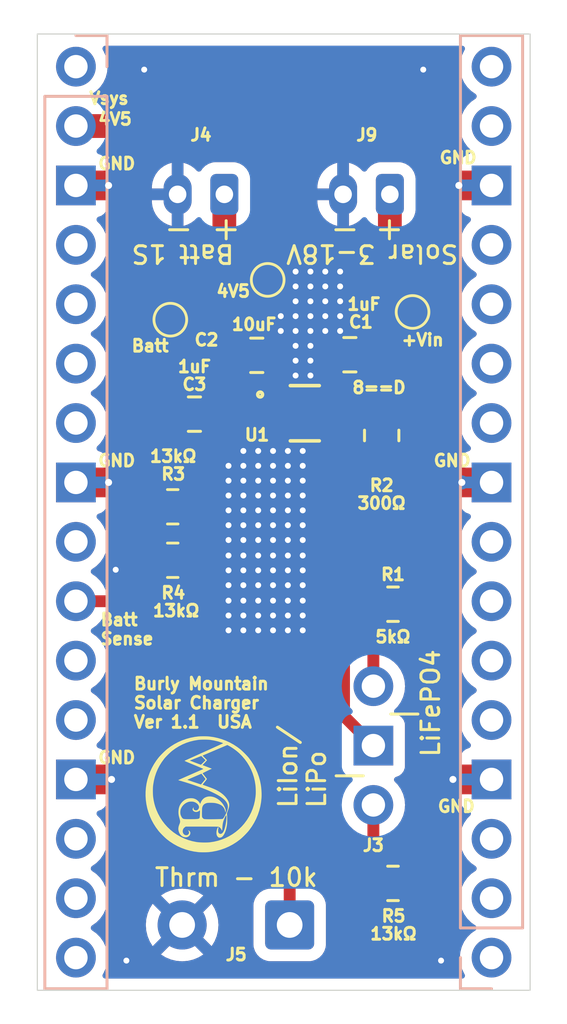
<source format=kicad_pcb>
(kicad_pcb (version 20240108) (generator "pcbnew") (generator_version "8.0")
  (title_block (title "Burly Mountain Solar Charger") (date "2024-12-18") (rev "1.1") (company "Burly Mountain"))
  (layers (0 "F.Cu" signal) (31 "B.Cu" signal) (34 "B.Paste" user) (35 "F.Paste" user) (36 "B.SilkS" user "B.Silkscreen") (37 "F.SilkS" user "F.Silkscreen") (38 "B.Mask" user) (39 "F.Mask" user) (44 "Edge.Cuts" user))
  (net 0 "")
  (net 1 "Net-(J9-Pin_1)")
  (net 2 "GND")
  (net 3 "Net-(J4-Pin_1)")
  (net 4 "Net-(J5-Pin_1)")
  (net 5 "Net-(U1-ISET)")
  (net 7 "Net-(J8-Pin_2)")
  (net 12 "Net-(J8-Pin_10)")
  (net 35 "Net-(J3-Pin_3)")
  (net 36 "Net-(J3-Pin_1)")
  (net 37 "Net-(J3-Pin_2)")
  (footprint "Resistor_SMD:R_0805_2012Metric" (layer "F.Cu") (at 131.2691 102.2604)
    (property "Reference" "R4" (at 0.0235 1.397 0) (layer "F.SilkS") (effects (font (size 0.508 0.508) (thickness 0.127) (bold yes))))
    (property "Value" "13kΩ" (at 0.1505 2.159 0) (layer "F.SilkS") (effects (font (size 0.508 0.508) (thickness 0.127) (bold yes))))
    (pad "1" smd roundrect (at -0.9125 0) (size 1.025 1.4) (layers "F.Cu" "F.Paste" "F.Mask") (roundrect_rratio 0.243902) (net 12 "Net-(J8-Pin_10)"))
    (pad "2" smd roundrect (at 0.9125 0) (size 1.025 1.4) (layers "F.Cu" "F.Paste" "F.Mask") (roundrect_rratio 0.243902) (net 2 "GND"))
  )
  (footprint "Capacitor_SMD:C_0805_2012Metric" (layer "F.Cu") (at 134.8638 93.4974 180)
    (property "Reference" "C2" (at 2.1488 0.6604 0) (layer "F.SilkS") (effects (font (size 0.508 0.508) (thickness 0.127))))
    (property "Value" "10uF" (at 0.1168 1.3208 0) (layer "F.SilkS") (effects (font (size 0.508 0.508) (thickness 0.127))))
    (pad "1" smd roundrect (at -0.95 0 180) (size 1 1.45) (layers "F.Cu" "F.Paste" "F.Mask") (net 2 "GND"))
    (pad "2" smd roundrect (at 0.95 0 180) (size 1 1.45) (layers "F.Cu" "F.Paste" "F.Mask") (net 7 "Net-(J8-Pin_2)"))
  )
  (footprint "Capacitor_SMD:C_0805_2012Metric" (layer "F.Cu") (at 132.1968 96.012)
    (property "Reference" "C3" (at 0 -1.27 0) (layer "F.SilkS") (effects (font (size 0.508 0.508) (thickness 0.127))))
    (property "Value" "1uF" (at 0 -2.032 0) (layer "F.SilkS") (effects (font (size 0.508 0.508) (thickness 0.127))))
    (pad "1" smd roundrect (at -0.95 0) (size 1 1.45) (layers "F.Cu" "F.Paste" "F.Mask") (net 2 "GND"))
    (pad "2" smd roundrect (at 0.95 0) (size 1 1.45) (layers "F.Cu" "F.Paste" "F.Mask") (net 3 "Net-(J4-Pin_1)"))
  )
  (footprint "TestPoint:TestPoint_Pad_D1.0mm" (layer "F.Cu") (at 135.3312 90.2716)
    (property "Reference" "TP3")
    (property "Value" "4V5" (at -1.4732 0.4826 0) (layer "F.SilkS") (effects (font (size 0.508 0.508) (thickness 0.127) (bold yes))))
    (pad "1" smd circle (at 0 0) (size 1 1) (layers "F.Cu" "F.Mask") (net 7 "Net-(J8-Pin_2)"))
  )
  (footprint "Connector_Wire:SolderWire-0.5sqmm_1x02_P4.6mm_D0.9mm_OD2.1mm" (layer "F.Cu") (at 136.271 117.856 180)
    (property "Reference" "J5" (at 2.286 -1.27 0) (layer "F.SilkS") (effects (font (size 0.508 0.508) (thickness 0.127))))
    (property "Value" "Thrm - 10k" (at 2.286 2.032 0) (layer "F.SilkS") (effects (font (size 0.762 0.762) (thickness 0.127))))
    (pad "1" thru_hole roundrect (at 0 0 180) (size 2.1 2.1) (drill 1.1) (layers "*.Cu" "*.Mask") (roundrect_rratio 0.119048) (net 4 "Net-(J5-Pin_1)"))
    (pad "2" thru_hole circle (at 4.6 0 180) (size 2.1 2.1) (drill 1.1) (layers "*.Cu" "*.Mask") (net 2 "GND"))
  )
  (footprint "Resistor_SMD:R_0805_2012Metric" (layer "F.Cu") (at 131.2691 99.9744)
    (property "Reference" "R3" (at 0.0235 -1.397 0) (layer "F.SilkS") (effects (font (size 0.508 0.508) (thickness 0.127) (bold yes))))
    (property "Value" "13kΩ" (at 0.0235 -2.159 0) (layer "F.SilkS") (effects (font (size 0.508 0.508) (thickness 0.127) (bold yes))))
    (pad "1" smd roundrect (at -0.9125 0) (size 1.025 1.4) (layers "F.Cu" "F.Paste" "F.Mask") (roundrect_rratio 0.243902) (net 12 "Net-(J8-Pin_10)"))
    (pad "2" smd roundrect (at 0.9125 0) (size 1.025 1.4) (layers "F.Cu" "F.Paste" "F.Mask") (roundrect_rratio 0.243902) (net 3 "Net-(J4-Pin_1)"))
  )
  (footprint "Capacitor_SMD:C_0805_2012Metric" (layer "F.Cu") (at 138.8466 93.472)
    (property "Reference" "C1" (at 0.4724 -1.397 0) (layer "F.SilkS") (effects (font (size 0.508 0.508) (thickness 0.127))))
    (property "Value" "1uF" (at 0.5994 -2.159 0) (layer "F.SilkS") (effects (font (size 0.508 0.508) (thickness 0.127))))
    (pad "1" smd roundrect (at -0.95 0) (size 1 1.45) (layers "F.Cu" "F.Paste" "F.Mask") (net 2 "GND"))
    (pad "2" smd roundrect (at 0.95 0) (size 1 1.45) (layers "F.Cu" "F.Paste" "F.Mask") (net 1 "Net-(J9-Pin_1)"))
  )
  (footprint "TestPoint:TestPoint_Pad_D1.0mm" (layer "F.Cu") (at 141.5288 91.6432)
    (property "Reference" "TP1")
    (property "Value" "+Vin" (at 0.4318 1.1938 0) (layer "F.SilkS") (effects (font (size 0.508 0.508) (thickness 0.127) (bold yes))))
    (pad "1" smd circle (at 0 0) (size 1 1) (layers "F.Cu" "F.Mask") (net 1 "Net-(J9-Pin_1)"))
  )
  (footprint "Connector_JST:JST_PH_S2B-PH-K_1x02_P2.00mm_Horizontal" (layer "F.Cu") (at 140.557 86.614 180)
    (property "Reference" "J9" (at 0.984 2.54 0) (layer "F.SilkS") (effects (font (size 0.508 0.508) (thickness 0.127))))
    (property "Value" "Solar 3-18V" (at 0.7554 -2.54 180) (layer "F.SilkS") (effects (font (size 0.762 0.762) (thickness 0.127))))
    (pad "1" thru_hole roundrect (at 0 0 180) (size 1.2 1.75) (drill 0.75) (layers "*.Cu" "*.Mask") (roundrect_rratio 0.208333) (net 1 "Net-(J9-Pin_1)"))
    (pad "2" thru_hole oval (at 2 0 180) (size 1.2 1.75) (drill 0.75) (layers "*.Cu" "*.Mask") (net 2 "GND"))
  )
  (footprint "Connector_JST:JST_PH_S2B-PH-K_1x02_P2.00mm_Horizontal" (layer "F.Cu") (at 133.477 86.614 180)
    (property "Reference" "J4" (at 1 2.54 0) (layer "F.SilkS") (effects (font (size 0.508 0.508) (thickness 0.127))))
    (property "Value" "Batt 1S" (at 1.778 -2.54 180) (layer "F.SilkS") (effects (font (size 0.762 0.762) (thickness 0.127))))
    (pad "1" thru_hole roundrect (at 0 0 180) (size 1.2 1.75) (drill 0.75) (layers "*.Cu" "*.Mask") (roundrect_rratio 0.208333) (net 3 "Net-(J4-Pin_1)"))
    (pad "2" thru_hole oval (at 2 0 180) (size 1.2 1.75) (drill 0.75) (layers "*.Cu" "*.Mask") (net 2 "GND"))
  )
  (footprint "LOGO" (layer "F.Cu") (at 132.588 112.268 90)
    (property "Reference" "G***" (hide yes))
    (property "Value" "LOGO" (hide yes))
  )
  (footprint "Resistor_SMD:R_0805_2012Metric" (layer "F.Cu") (at 140.6925 116.078)
    (property "Reference" "R5" (at 0.0235 1.397 0) (layer "F.SilkS") (effects (font (size 0.508 0.508) (thickness 0.127))))
    (property "Value" "13kΩ" (at 0.0235 2.159 0) (layer "F.SilkS") (effects (font (size 0.508 0.508) (thickness 0.127))))
    (pad "1" smd roundrect (at -0.9125 0) (size 1.025 1.4) (layers "F.Cu" "F.Paste" "F.Mask") (roundrect_rratio 0.243902) (net 36 "Net-(J3-Pin_1)"))
    (pad "2" smd roundrect (at 0.9125 0) (size 1.025 1.4) (layers "F.Cu" "F.Paste" "F.Mask") (roundrect_rratio 0.243902) (net 2 "GND"))
  )
  (footprint "Resistor_SMD:R_0805_2012Metric" (layer "F.Cu") (at 140.208 96.9245 -90)
    (property "Reference" "R2" (at 2.1355 0 0) (layer "F.SilkS") (effects (font (size 0.508 0.508) (thickness 0.127))))
    (property "Value" "300Ω" (at 2.8975 0 0) (layer "F.SilkS") (effects (font (size 0.508 0.508) (thickness 0.127))))
    (pad "1" smd roundrect (at -0.9125 0 270) (size 1.025 1.4) (layers "F.Cu" "F.Paste" "F.Mask") (roundrect_rratio 0.243902) (net 5 "Net-(U1-ISET)"))
    (pad "2" smd roundrect (at 0.9125 0 270) (size 1.025 1.4) (layers "F.Cu" "F.Paste" "F.Mask") (roundrect_rratio 0.243902) (net 2 "GND"))
  )
  (footprint "Resistor_SMD:R_0805_2012Metric" (layer "F.Cu") (at 140.6925 104.14)
    (property "Reference" "R1" (at 0 -1.27 0) (layer "F.SilkS") (effects (font (size 0.508 0.508) (thickness 0.127))))
    (property "Value" "5kΩ" (at 0 1.397 0) (layer "F.SilkS") (effects (font (size 0.508 0.508) (thickness 0.127))))
    (pad "1" smd roundrect (at -0.9125 0) (size 1.025 1.4) (layers "F.Cu" "F.Paste" "F.Mask") (roundrect_rratio 0.243902) (net 35 "Net-(J3-Pin_3)"))
    (pad "2" smd roundrect (at 0.9125 0) (size 1.025 1.4) (layers "F.Cu" "F.Paste" "F.Mask") (roundrect_rratio 0.243902) (net 2 "GND"))
  )
  (footprint "Connector_PinHeader_2.54mm:PinHeader_1x03_P2.54mm_Vertical" (layer "F.Cu") (at 139.8524 112.7252 180)
    (property "Reference" "J3" (at 0 -1.7272 0) (layer "F.SilkS") (effects (font (size 0.508 0.508) (thickness 0.127) (bold yes))))
    (property "Value" "Batt Sel")
    (pad "1" thru_hole oval (at 0 0 180) (size 1.7 1.7) (drill 1) (layers "*.Cu" "*.Mask") (net 36 "Net-(J3-Pin_1)"))
    (pad "2" thru_hole rect (at 0 2.54 180) (size 1.7 1.7) (drill 1) (layers "*.Cu" "*.Mask") (net 37 "Net-(J3-Pin_2)"))
    (pad "3" thru_hole oval (at 0 5.08 180) (size 1.7 1.7) (drill 1) (layers "*.Cu" "*.Mask") (net 35 "Net-(J3-Pin_3)"))
  )
  (footprint "bq25185 footprints:WSON10_DLH_TEX" (layer "F.Cu") (at 136.9187 95.9739)
    (property "Reference" "U1" (at -2.0447 0.9271 0) (layer "F.SilkS") (effects (font (size 0.508 0.508) (thickness 0.127) (bold yes))))
    (property "Value" "BQ25185DLHR")
    (pad "1" smd rect (at -1.1303 -0.8001) (size 0.6604 0.2032) (layers "F.Cu" "F.Paste" "F.Mask") (net 7 "Net-(J8-Pin_2)"))
    (pad "2" smd rect (at -1.1303 -0.40005) (size 0.6604 0.2032) (layers "F.Cu" "F.Paste" "F.Mask") (net 3 "Net-(J4-Pin_1)"))
    (pad "3" smd rect (at -1.1303 0) (size 0.6604 0.2032) (layers "F.Cu" "F.Paste" "F.Mask"))
    (pad "4" smd rect (at -1.1303 0.40005) (size 0.6604 0.2032) (layers "F.Cu" "F.Paste" "F.Mask"))
    (pad "5" smd rect (at -1.1303 0.8001) (size 0.6604 0.2032) (layers "F.Cu" "F.Paste" "F.Mask") (net 2 "GND"))
    (pad "6" smd rect (at 1.1303 0.8001) (size 0.6604 0.2032) (layers "F.Cu" "F.Paste" "F.Mask") (net 4 "Net-(J5-Pin_1)"))
    (pad "7" smd rect (at 1.1303 0.40005) (size 0.6604 0.2032) (layers "F.Cu" "F.Paste" "F.Mask") (net 37 "Net-(J3-Pin_2)"))
    (pad "8" smd rect (at 1.1303 0) (size 0.6604 0.2032) (layers "F.Cu" "F.Paste" "F.Mask") (net 5 "Net-(U1-ISET)"))
    (pad "9" smd rect (at 1.1303 -0.40005) (size 0.6604 0.2032) (layers "F.Cu" "F.Paste" "F.Mask"))
    (pad "10" smd rect (at 1.1303 -0.8001) (size 0.6604 0.2032) (layers "F.Cu" "F.Paste" "F.Mask") (net 1 "Net-(J9-Pin_1)"))
    (pad "11" smd rect (at 0 0) (size 0.9906 1.6002) (layers "F.Cu" "F.Paste" "F.Mask") (net 2 "GND"))
  )
  (footprint "TestPoint:TestPoint_Pad_D1.0mm" (layer "F.Cu") (at 131.1656 91.9734)
    (property "Reference" "TP2")
    (property "Value" "Batt" (at -0.8636 1.1176 0) (layer "F.SilkS") (effects (font (size 0.508 0.508) (thickness 0.127) (bold yes))))
    (pad "1" smd circle (at 0 0) (size 1 1) (layers "F.Cu" "F.Mask") (net 3 "Net-(J4-Pin_1)"))
  )
  (footprint "Connector_PinHeader_2.54mm:PinHeader_1x16_P2.54mm_Vertical" (layer "B.Cu") (at 144.907 119.253)
    (property "Reference" "J10")
    (property "Value" "Conn_01x16_Pin")
    (pad "1" thru_hole circle (at 0 0) (size 1.7 1.7) (drill 1) (layers "*.Cu" "*.Mask"))
    (pad "2" thru_hole oval (at 0 -2.54) (size 1.7 1.7) (drill 1) (layers "*.Cu" "*.Mask"))
    (pad "3" thru_hole oval (at 0 -5.08) (size 1.7 1.7) (drill 1) (layers "*.Cu" "*.Mask"))
    (pad "4" thru_hole rect (at 0 -7.62) (size 1.7 1.7) (drill 1) (layers "*.Cu" "*.Mask") (net 2 "GND"))
    (pad "5" thru_hole oval (at 0 -10.16) (size 1.7 1.7) (drill 1) (layers "*.Cu" "*.Mask"))
    (pad "6" thru_hole oval (at 0 -12.7) (size 1.7 1.7) (drill 1) (layers "*.Cu" "*.Mask"))
    (pad "7" thru_hole oval (at 0 -15.24) (size 1.7 1.7) (drill 1) (layers "*.Cu" "*.Mask"))
    (pad "8" thru_hole oval (at 0 -17.78) (size 1.7 1.7) (drill 1) (layers "*.Cu" "*.Mask"))
    (pad "9" thru_hole rect (at 0 -20.32) (size 1.7 1.7) (drill 1) (layers "*.Cu" "*.Mask") (net 2 "GND"))
    (pad "10" thru_hole oval (at 0 -22.86) (size 1.7 1.7) (drill 1) (layers "*.Cu" "*.Mask"))
    (pad "11" thru_hole oval (at 0 -25.4) (size 1.7 1.7) (drill 1) (layers "*.Cu" "*.Mask"))
    (pad "12" thru_hole oval (at 0 -27.94) (size 1.7 1.7) (drill 1) (layers "*.Cu" "*.Mask"))
    (pad "13" thru_hole oval (at 0 -30.48) (size 1.7 1.7) (drill 1) (layers "*.Cu" "*.Mask"))
    (pad "14" thru_hole rect (at 0 -33.02) (size 1.7 1.7) (drill 1) (layers "*.Cu" "*.Mask") (net 2 "GND"))
    (pad "15" thru_hole oval (at 0 -35.56) (size 1.7 1.7) (drill 1) (layers "*.Cu" "*.Mask"))
    (pad "16" thru_hole oval (at 0 -38.1) (size 1.7 1.7) (drill 1) (layers "*.Cu" "*.Mask"))
  )
  (footprint "Connector_PinHeader_2.54mm:PinHeader_1x16_P2.54mm_Vertical" (layer "B.Cu") (at 127.127 81.153 180)
    (property "Reference" "J8")
    (property "Value" "Conn_01x16_Pin")
    (pad "1" thru_hole oval (at 0 0 180) (size 1.7 1.7) (drill 1) (layers "*.Cu" "*.Mask"))
    (pad "2" thru_hole oval (at 0 -2.54 180) (size 1.7 1.7) (drill 1) (layers "*.Cu" "*.Mask") (net 7 "Net-(J8-Pin_2)"))
    (pad "3" thru_hole rect (at 0 -5.08 180) (size 1.7 1.7) (drill 1) (layers "*.Cu" "*.Mask") (net 2 "GND"))
    (pad "4" thru_hole oval (at 0 -7.62 180) (size 1.7 1.7) (drill 1) (layers "*.Cu" "*.Mask"))
    (pad "5" thru_hole oval (at 0 -10.16 180) (size 1.7 1.7) (drill 1) (layers "*.Cu" "*.Mask"))
    (pad "6" thru_hole oval (at 0 -12.7 180) (size 1.7 1.7) (drill 1) (layers "*.Cu" "*.Mask"))
    (pad "7" thru_hole oval (at 0 -15.24 180) (size 1.7 1.7) (drill 1) (layers "*.Cu" "*.Mask"))
    (pad "8" thru_hole rect (at 0 -17.78 180) (size 1.7 1.7) (drill 1) (layers "*.Cu" "*.Mask") (net 2 "GND"))
    (pad "9" thru_hole oval (at 0 -20.32 180) (size 1.7 1.7) (drill 1) (layers "*.Cu" "*.Mask"))
    (pad "10" thru_hole oval (at 0 -22.86 180) (size 1.7 1.7) (drill 1) (layers "*.Cu" "*.Mask") (net 12 "Net-(J8-Pin_10)"))
    (pad "11" thru_hole oval (at 0 -25.4 180) (size 1.7 1.7) (drill 1) (layers "*.Cu" "*.Mask"))
    (pad "12" thru_hole oval (at 0 -27.94 180) (size 1.7 1.7) (drill 1) (layers "*.Cu" "*.Mask"))
    (pad "13" thru_hole rect (at 0 -30.48 180) (size 1.7 1.7) (drill 1) (layers "*.Cu" "*.Mask") (net 2 "GND"))
    (pad "14" thru_hole oval (at 0 -33.02 180) (size 1.7 1.7) (drill 1) (layers "*.Cu" "*.Mask"))
    (pad "15" thru_hole oval (at 0 -35.56 180) (size 1.7 1.7) (drill 1) (layers "*.Cu" "*.Mask"))
    (pad "16" thru_hole oval (at 0 -38.1 180) (size 1.7 1.7) (drill 1) (layers "*.Cu" "*.Mask"))
  )
  (gr_rect (start 125.476 79.756) (end 146.558 120.65) (stroke (width 0.05)) (fill none) (layer "Edge.Cuts"))
  (gr_text "4V5" (at 128.016 83.693 0) (layer "F.SilkS") (effects (font (size 0.508 0.508) (thickness 0.127) (bold yes)) (justify left bottom)))
  (gr_text "__" (at 138.176 111.506 0) (layer "F.SilkS") (effects (font (size 0.762 0.762) (thickness 0.127) (bold yes)) (justify left bottom)))
  (gr_text "-" (at 137.922 88.646 0) (layer "F.SilkS") (effects (font (size 1.016 1.016) (thickness 0.127) (bold yes)) (justify left bottom)))
  (gr_text "__" (at 140.5128 108.8644 0) (layer "F.SilkS") (effects (font (size 0.762 0.762) (thickness 0.127) (bold yes)) (justify left bottom)))
  (gr_text "Vsys" (at 127.635 82.804 0) (layer "F.SilkS") (effects (font (size 0.508 0.508) (thickness 0.127) (bold yes)) (justify left bottom)))
  (gr_text "+" (at 132.842 88.646 0) (layer "F.SilkS") (effects (font (size 1.016 1.016) (thickness 0.127)) (justify left bottom)))
  (gr_text "GND" (at 128.016 98.298 0) (layer "F.SilkS") (effects (font (size 0.508 0.508) (thickness 0.127) (bold yes)) (justify left bottom)))
  (gr_text "GND" (at 142.367 98.298 0) (layer "F.SilkS") (effects (font (size 0.508 0.508) (thickness 0.127) (bold yes)) (justify left bottom)))
  (gr_text "8==D" (at 138.8872 95.1738 0) (layer "F.SilkS") (effects (font (size 0.508 0.508) (thickness 0.127) (bold yes)) (justify left bottom)))
  (gr_text "-" (at 130.81 88.646 0) (layer "F.SilkS") (effects (font (size 1.016 1.016) (thickness 0.127) (bold yes)) (justify left bottom)))
  (gr_text "Burly Mountain\nSolar Charger\nVer 1.1  USA" (at 129.54 109.474 0) (layer "F.SilkS") (effects (font (size 0.508 0.508) (thickness 0.127) (bold yes)) (justify left bottom)))
  (gr_text "GND" (at 128.016 110.998 0) (layer "F.SilkS") (effects (font (size 0.508 0.508) (thickness 0.127) (bold yes)) (justify left bottom)))
  (gr_text "LiIon/\nLiPo" (at 137.8712 112.9284 90) (layer "F.SilkS") (effects (font (size 0.762 0.762) (thickness 0.127) (bold yes)) (justify left bottom)))
  (gr_text "GND" (at 128.016 85.598 0) (layer "F.SilkS") (effects (font (size 0.508 0.508) (thickness 0.127) (bold yes)) (justify left bottom)))
  (gr_text "GND" (at 142.621 85.344 0) (layer "F.SilkS") (effects (font (size 0.508 0.508) (thickness 0.127) (bold yes)) (justify left bottom)))
  (gr_text "Batt\nSense" (at 128.1176 105.918 0) (layer "F.SilkS") (effects (font (size 0.508 0.508) (thickness 0.127) (bold yes)) (justify left bottom)))
  (gr_text "GND" (at 142.5448 113.0808 0) (layer "F.SilkS") (effects (font (size 0.508 0.508) (thickness 0.127) (bold yes)) (justify left bottom)))
  (gr_text "+" (at 139.827 88.646 0) (layer "F.SilkS") (effects (font (size 1.016 1.016) (thickness 0.127)) (justify left bottom)))
  (gr_text "LiFePO4" (at 142.748 110.744 90) (layer "F.SilkS") (effects (font (size 0.762 0.762) (thickness 0.127) (bold yes)) (justify left bottom)))
  (segment (start 139.3444 94.5896) (end 139.573 94.361) (width 1.016) (layer "F.Cu") (net 1))
  (segment (start 139.7966 91.4704) (end 140.557 90.71) (width 1.016) (layer "F.Cu") (net 1))
  (segment (start 139.8524 94.9452) (end 139.954 94.8436) (width 0.508) (layer "F.Cu") (net 1))
  (segment (start 138.3234 94.9452) (end 137.922 94.9452) (width 0.508) (layer "F.Cu") (net 1))
  (segment (start 138.3234 94.9452) (end 139.3444 94.9452) (width 0.508) (layer "F.Cu") (net 1))
  (segment (start 139.7966 92.075) (end 139.7966 91.4704) (width 1.016) (layer "F.Cu") (net 1))
  (segment (start 141.5288 91.6432) (end 140.5956 90.71) (width 0.254) (layer "F.Cu") (net 1))
  (segment (start 139.3444 94.9452) (end 139.8524 94.9452) (width 0.508) (layer "F.Cu") (net 1))
  (segment (start 139.7966 93.472) (end 138.3234 94.9452) (width 0.635) (layer "F.Cu") (net 1))
  (segment (start 139.954 94.8436) (end 139.954 94.234) (width 0.508) (layer "F.Cu") (net 1))
  (segment (start 140.557 90.71) (end 140.557 86.614) (width 1.016) (layer "F.Cu") (net 1))
  (segment (start 140.589 86.646) (end 140.557 86.614) (width 0.8128) (layer "F.Cu") (net 1))
  (segment (start 139.3444 94.9452) (end 139.3444 94.5896) (width 0.508) (layer "F.Cu") (net 1))
  (segment (start 139.7966 93.472) (end 139.7966 92.075) (width 1.016) (layer "F.Cu") (net 1))
  (segment (start 140.5956 90.71) (end 140.557 90.71) (width 0.1524) (layer "F.Cu") (net 1))
  (segment (start 136.9187 94.2594) (end 136.9187 93.7768) (width 0.9906) (layer "F.Cu") (net 2))
  (segment (start 136.32495 96.774) (end 136.9187 96.18025) (width 0.2) (layer "F.Cu") (net 2))
  (segment (start 136.9187 95.9739) (end 136.9187 95.0722) (width 0.9906) (layer "F.Cu") (net 2))
  (segment (start 135.3058 92.6338) (end 135.2804 92.6592) (width 1.016) (layer "F.Cu") (net 2))
  (segment (start 135.7884 96.774) (end 135.001 96.774) (width 0.2) (layer "F.Cu") (net 2))
  (segment (start 144.907 86.233) (end 143.51 86.233) (width 1.27) (layer "F.Cu") (net 2))
  (segment (start 136.5758 94.2594) (end 135.8138 93.4974) (width 0.9906) (layer "F.Cu") (net 2))
  (segment (start 135.8392 93.472) (end 135.8138 93.4974) (width 0.508) (layer "F.Cu") (net 2))
  (segment (start 135.8392 92.6592) (end 135.2804 92.6592) (width 0.762) (layer "F.Cu") (net 2))
  (segment (start 144.907 111.633) (end 143.256 111.633) (width 1.27) (layer "F.Cu") (net 2))
  (segment (start 136.9187 95.0722) (end 136.9187 94.3356) (width 0.9906) (layer "F.Cu") (net 2))
  (segment (start 136.9187 95.9739) (end 136.9187 97.0026) (width 0.9906) (layer "F.Cu") (net 2))
  (segment (start 135.7884 96.774) (end 136.32495 96.774) (width 0.2) (layer "F.Cu") (net 2))
  (segment (start 137.8966 93.472) (end 135.8392 93.472) (width 1.016) (layer "F.Cu") (net 2))
  (segment (start 144.907 98.933) (end 143.637 98.933) (width 1.27) (layer "F.Cu") (net 2))
  (segment (start 137.1092 94.2594) (end 137.8966 93.472) (width 0.9906) (layer "F.Cu") (net 2))
  (segment (start 136.9187 94.3483) (end 136.9187 95.0722) (width 0.508) (layer "F.Cu") (net 2))
  (segment (start 135.001 96.901) (end 134.747 97.155) (width 0.254) (layer "F.Cu") (net 2))
  (segment (start 135.2296 92.9132) (end 135.8138 93.4974) (width 0.508) (layer "F.Cu") (net 2))
  (segment (start 135.3058 97.0788) (end 136.9187 97.0788) (width 0.762) (layer "F.Cu") (net 2))
  (segment (start 136.9187 97.0788) (end 136.9187 97.5233) (width 0.9906) (layer "F.Cu") (net 2))
  (segment (start 135.2296 92.6084) (end 135.2296 92.9132) (width 0.508) (layer "F.Cu") (net 2))
  (segment (start 127.127 86.233) (end 128.524 86.233) (width 1.27) (layer "F.Cu") (net 2))
  (segment (start 135.8392 93.472) (end 135.8392 92.6592) (width 0.508) (layer "F.Cu") (net 2))
  (segment (start 136.9187 97.5233) (end 136.906 97.536) (width 0.2) (layer "F.Cu") (net 2))
  (segment (start 138.4046 92.6338) (end 138.4046 92.8624) (width 0.508) (layer "F.Cu") (net 2))
  (segment (start 136.9187 94.3356) (end 136.9187 94.2594) (width 0.9906) (layer "F.Cu") (net 2))
  (segment (start 135.001 96.774) (end 135.3058 97.0788) (width 0.2) (layer "F.Cu") (net 2))
  (segment (start 136.9187 97.0026) (end 136.9187 97.0788) (width 0.9906) (layer "F.Cu") (net 2))
  (segment (start 127.127 98.933) (end 128.524 98.933) (width 1.27) (layer "F.Cu") (net 2))
  (segment (start 136.9187 94.2594) (end 136.5758 94.2594) (width 0.9906) (layer "F.Cu") (net 2))
  (segment (start 136.9187 94.2594) (end 137.1092 94.2594) (width 0.9906) (layer "F.Cu") (net 2))
  (segment (start 127.127 111.633) (end 128.651 111.633) (width 1.27) (layer "F.Cu") (net 2))
  (segment (start 138.4046 92.6338) (end 135.3058 92.6338) (width 1.016) (layer "F.Cu") (net 2))
  (segment (start 135.2804 92.6592) (end 135.2296 92.6084) (width 0.508) (layer "F.Cu") (net 2))
  (via (at 135.5598 105.2576) (size 0.508) (drill 0.254) (layers "F.Cu" "B.Cu") (net 2))
  (via (at 133.6548 101.3968) (size 0.508) (drill 0.254) (layers "F.Cu" "B.Cu") (net 2))
  (via (at 137.16 93.726) (size 0.508) (drill 0.254) (layers "F.Cu" "B.Cu") (net 2))
  (via (at 133.6548 102.0572) (size 0.508) (drill 0.254) (layers "F.Cu" "B.Cu") (net 2))
  (via (at 136.1948 101.3968) (size 0.508) (drill 0.254) (layers "F.Cu" "B.Cu") (net 2))
  (via (at 137.16 93.091) (size 0.508) (drill 0.254) (layers "F.Cu" "B.Cu") (net 2))
  (via (at 134.2898 100.7618) (size 0.508) (drill 0.254) (layers "F.Cu" "B.Cu") (net 2))
  (via (at 137.16 89.916) (size 0.508) (drill 0.254) (layers "F.Cu" "B.Cu") (net 2))
  (via (at 135.5598 102.0572) (size 0.508) (drill 0.254) (layers "F.Cu" "B.Cu") (net 2))
  (via (at 135.5598 103.9876) (size 0.508) (drill 0.254) (layers "F.Cu" "B.Cu") (net 2))
  (via (at 134.9248 101.3968) (size 0.508) (drill 0.254) (layers "F.Cu" "B.Cu") (net 2))
  (via (at 134.9248 100.1268) (size 0.508) (drill 0.254) (layers "F.Cu" "B.Cu") (net 2))
  (via (at 133.6548 100.7618) (size 0.508) (drill 0.254) (layers "F.Cu" "B.Cu") (net 2))
  (via (at 129.286 119.38) (size 0.508) (drill 0.254) (layers "F.Cu" "B.Cu") (net 2))
  (via (at 136.8298 100.7618) (size 0.508) (drill 0.254) (layers "F.Cu" "B.Cu") (net 2))
  (via (at 136.8298 100.1268) (size 0.508) (drill 0.254) (layers "F.Cu" "B.Cu") (net 2))
  (via (at 134.2898 104.6226) (size 0.508) (drill 0.254) (layers "F.Cu" "B.Cu") (net 2))
  (via (at 133.6548 105.2576) (size 0.508) (drill 0.254) (layers "F.Cu" "B.Cu") (net 2))
  (via (at 134.9248 97.5868) (size 0.508) (drill 0.254) (layers "F.Cu" "B.Cu") (net 2))
  (via (at 133.6548 103.9876) (size 0.508) (drill 0.254) (layers "F.Cu" "B.Cu") (net 2))
  (via (at 143.51 86.233) (size 0.6) (drill 0.3) (layers "F.Cu" "B.Cu") (net 2))
  (via (at 134.9248 99.4918) (size 0.508) (drill 0.254) (layers "F.Cu" "B.Cu") (net 2))
  (via (at 142.748 119.38) (size 0.508) (drill 0.254) (layers "F.Cu" "B.Cu") (net 2))
  (via (at 138.43 89.916) (size 0.508) (drill 0.254) (layers "F.Cu" "B.Cu") (net 2))
  (via (at 134.9248 98.2218) (size 0.508) (drill 0.254) (layers "F.Cu" "B.Cu") (net 2))
  (via (at 134.9248 100.7618) (size 0.508) (drill 0.254) (layers "F.Cu" "B.Cu") (net 2))
  (via (at 136.525 91.821) (size 0.508) (drill 0.254) (layers "F.Cu" "B.Cu") (net 2))
  (via (at 134.9248 102.6922) (size 0.508) (drill 0.254) (layers "F.Cu" "B.Cu") (net 2))
  (via (at 136.8298 98.2218) (size 0.508) (drill 0.254) (layers "F.Cu" "B.Cu") (net 2))
  (via (at 134.2898 102.6922) (size 0.508) (drill 0.254) (layers "F.Cu" "B.Cu") (net 2))
  (via (at 136.8298 104.6226) (size 0.508) (drill 0.254) (layers "F.Cu" "B.Cu") (net 2))
  (via (at 134.2898 100.1268) (size 0.508) (drill 0.254) (layers "F.Cu" "B.Cu") (net 2))
  (via (at 133.6548 104.6226) (size 0.508) (drill 0.254) (layers "F.Cu" "B.Cu") (net 2))
  (via (at 136.8298 98.8568) (size 0.508) (drill 0.254) (layers "F.Cu" "B.Cu") (net 2))
  (via (at 128.651 111.633) (size 0.6) (drill 0.3) (layers "F.Cu" "B.Cu") (net 2))
  (via (at 128.524 98.933) (size 0.6) (drill 0.3) (layers "F.Cu" "B.Cu") (net 2))
  (via (at 134.9248 103.3272) (size 0.508) (drill 0.254) (layers "F.Cu" "B.Cu") (net 2))
  (via (at 136.525 93.091) (size 0.508) (drill 0.254) (layers "F.Cu" "B.Cu") (net 2))
  (via (at 137.16 92.456) (size 0.508) (drill 0.254) (layers "F.Cu" "B.Cu") (net 2))
  (via (at 135.5598 102.6922) (size 0.508) (drill 0.254) (layers "F.Cu" "B.Cu") (net 2))
  (via (at 130.048 81.28) (size 0.508) (drill 0.254) (layers "F.Cu" "B.Cu") (net 2))
  (via (at 135.5598 104.6226) (size 0.508) (drill 0.254) (layers "F.Cu" "B.Cu") (net 2))
  (via (at 137.795 91.186) (size 0.508) (drill 0.254) (layers "F.Cu" "B.Cu") (net 2))
  (via (at 135.5598 100.1268) (size 0.508) (drill 0.254) (layers "F.Cu" "B.Cu") (net 2))
  (via (at 136.525 91.186) (size 0.508) (drill 0.254) (layers "F.Cu" "B.Cu") (net 2))
  (via (at 134.2898 99.4918) (size 0.508) (drill 0.254) (layers "F.Cu" "B.Cu") (net 2))
  (via (at 134.2898 101.3968) (size 0.508) (drill 0.254) (layers "F.Cu" "B.Cu") (net 2))
  (via (at 135.5598 100.7618) (size 0.508) (drill 0.254) (layers "F.Cu" "B.Cu") (net 2))
  (via (at 135.89 92.456) (size 0.508) (drill 0.254) (layers "F.Cu" "B.Cu") (net 2))
  (via (at 134.2898 103.3272) (size 0.508) (drill 0.254) (layers "F.Cu" "B.Cu") (net 2))
  (via (at 138.43 91.821) (size 0.508) (drill 0.254) (layers "F.Cu" "B.Cu") (net 2))
  (via (at 137.16 90.551) (size 0.508) (drill 0.254) (layers "F.Cu" "B.Cu") (net 2))
  (via (at 135.89 91.821) (size 0.508) (drill 0.254) (layers "F.Cu" "B.Cu") (net 2))
  (via (at 134.2898 97.5868) (size 0.508) (drill 0.254) (layers "F.Cu" "B.Cu") (net 2))
  (via (at 128.8288 102.6668) (size 0.508) (drill 0.254) (layers "F.Cu" "B.Cu") (net 2))
  (via (at 136.1948 102.0572) (size 0.508) (drill 0.254) (layers "F.Cu" "B.Cu") (net 2))
  (via (at 136.1948 105.2576) (size 0.508) (drill 0.254) (layers "F.Cu" "B.Cu") (net 2))
  (via (at 136.525 94.361) (size 0.508) (drill 0.254) (layers "F.Cu" "B.Cu") (net 2))
  (via (at 134.9248 103.9876) (size 0.508) (drill 0.254) (layers "F.Cu" "B.Cu") (net 2))
  (via (at 134.2898 98.2218) (size 0.508) (drill 0.254) (layers "F.Cu" "B.Cu") (net 2))
  (via (at 136.8298 99.4918) (size 0.508) (drill 0.254) (layers "F.Cu" "B.Cu") (net 2))
  (via (at 136.8298 97.5868) (size 0.508) (drill 0.254) (layers "F.Cu" "B.Cu") (net 2))
  (via (at 134.2898 105.2576) (size 0.508) (drill 0.254) (layers "F.Cu" "B.Cu") (net 2))
  (via (at 133.6548 102.6922) (size 0.508) (drill 0.254) (layers "F.Cu" "B.Cu") (net 2))
  (via (at 136.1948 103.3272) (size 0.508) (drill 0.254) (layers "F.Cu" "B.Cu") (net 2))
  (via (at 136.1948 104.6226) (size 0.508) (drill 0.254) (layers "F.Cu" "B.Cu") (net 2))
  (via (at 143.256 111.633) (size 0.6) (drill 0.3) (layers "F.Cu" "B.Cu") (net 2))
  (via (at 137.795 91.821) (size 0.508) (drill 0.254) (layers "F.Cu" "B.Cu") (net 2))
  (via (at 136.8298 103.3272) (size 0.508) (drill 0.254) (layers "F.Cu" "B.Cu") (net 2))
  (via (at 135.5598 103.3272) (size 0.508) (drill 0.254) (layers "F.Cu" "B.Cu") (net 2))
  (via (at 134.2898 103.9876) (size 0.508) (drill 0.254) (layers "F.Cu" "B.Cu") (net 2))
  (via (at 136.1948 102.6922) (size 0.508) (drill 0.254) (layers "F.Cu" "B.Cu") (net 2))
  (via (at 135.5598 99.4918) (size 0.508) (drill 0.254) (layers "F.Cu" "B.Cu") (net 2))
  (via (at 133.6548 99.4918) (size 0.508) (drill 0.254) (layers "F.Cu" "B.Cu") (net 2))
  (via (at 141.986 81.28) (size 0.508) (drill 0.254) (layers "F.Cu" "B.Cu") (net 2))
  (via (at 136.1948 100.1268) (size 0.508) (drill 0.254) (layers "F.Cu" "B.Cu") (net 2))
  (via (at 136.8298 102.0572) (size 0.508) (drill 0.254) (layers "F.Cu" "B.Cu") (net 2))
  (via (at 134.2898 102.0572) (size 0.508) (drill 0.254) (layers "F.Cu" "B.Cu") (net 2))
  (via (at 133.6548 98.8568) (size 0.508) (drill 0.254) (layers "F.Cu" "B.Cu") (net 2))
  (via (at 133.6548 100.1268) (size 0.508) (drill 0.254) (layers "F.Cu" "B.Cu") (net 2))
  (via (at 134.9248 105.2576) (size 0.508) (drill 0.254) (layers "F.Cu" "B.Cu") (net 2))
  (via (at 136.1948 98.8568) (size 0.508) (drill 0.254) (layers "F.Cu" "B.Cu") (net 2))
  (via (at 138.43 91.186) (size 0.508) (drill 0.254) (layers "F.Cu" "B.Cu") (net 2))
  (via (at 136.1948 97.5868) (size 0.508) (drill 0.254) (layers "F.Cu" "B.Cu") (net 2))
  (via (at 137.16 91.821) (size 0.508) (drill 0.254) (layers "F.Cu" "B.Cu") (net 2))
  (via (at 136.525 92.456) (size 0.508) (drill 0.254) (layers "F.Cu" "B.Cu") (net 2))
  (via (at 138.43 92.456) (size 0.508) (drill 0.254) (layers "F.Cu" "B.Cu") (net 2))
  (via (at 137.795 92.456) (size 0.508) (drill 0.254) (layers "F.Cu" "B.Cu") (net 2))
  (via (at 138.43 90.551) (size 0.508) (drill 0.254) (layers "F.Cu" "B.Cu") (net 2))
  (via (at 136.525 89.916) (size 0.508) (drill 0.254) (layers "F.Cu" "B.Cu") (net 2))
  (via (at 133.6548 103.3272) (size 0.508) (drill 0.254) (layers "F.Cu" "B.Cu") (net 2))
  (via (at 136.1948 100.7618) (size 0.508) (drill 0.254) (layers "F.Cu" "B.Cu") (net 2))
  (via (at 136.1948 99.4918) (size 0.508) (drill 0.254) (layers "F.Cu" "B.Cu") (net 2))
  (via (at 137.16 91.186) (size 0.508) (drill 0.254) (layers "F.Cu" "B.Cu") (net 2))
  (via (at 137.795 90.551) (size 0.508) (drill 0.254) (layers "F.Cu" "B.Cu") (net 2))
  (via (at 134.9248 98.8568) (size 0.508) (drill 0.254) (layers "F.Cu" "B.Cu") (net 2))
  (via (at 136.8298 101.3968) (size 0.508) (drill 0.254) (layers "F.Cu" "B.Cu") (net 2))
  (via (at 137.795 89.916) (size 0.508) (drill 0.254) (layers "F.Cu" "B.Cu") (net 2))
  (via (at 135.5598 97.5868) (size 0.508) (drill 0.254) (layers "F.Cu" "B.Cu") (net 2))
  (via (at 136.8298 103.9876) (size 0.508) (drill 0.254) (layers "F.Cu" "B.Cu") (net 2))
  (via (at 135.5598 98.8568) (size 0.508) (drill 0.254) (layers "F.Cu" "B.Cu") (net 2))
  (via (at 136.1948 103.9876) (size 0.508) (drill 0.254) (layers "F.Cu" "B.Cu") (net 2))
  (via (at 135.5598 101.3968) (size 0.508) (drill 0.254) (layers "F.Cu" "B.Cu") (net 2))
  (via (at 136.525 90.551) (size 0.508) (drill 0.254) (layers "F.Cu" "B.Cu") (net 2))
  (via (at 143.637 98.933) (size 0.6) (drill 0.3) (layers "F.Cu" "B.Cu") (net 2))
  (via (at 136.1948 98.2218) (size 0.508) (drill 0.254) (layers "F.Cu" "B.Cu") (net 2))
  (via (at 134.2898 98.8568) (size 0.508) (drill 0.254) (layers "F.Cu" "B.Cu") (net 2))
  (via (at 136.8298 102.6922) (size 0.508) (drill 0.254) (layers "F.Cu" "B.Cu") (net 2))
  (via (at 133.6548 98.2218) (size 0.508) (drill 0.254) (layers "F.Cu" "B.Cu") (net 2))
  (via (at 136.8298 105.2576) (size 0.508) (drill 0.254) (layers "F.Cu" "B.Cu") (net 2))
  (via (at 128.524 86.233) (size 0.6) (drill 0.3) (layers "F.Cu" "B.Cu") (net 2))
  (via (at 134.9248 102.0572) (size 0.508) (drill 0.254) (layers "F.Cu" "B.Cu") (net 2))
  (via (at 134.9248 104.6226) (size 0.508) (drill 0.254) (layers "F.Cu" "B.Cu") (net 2))
  (via (at 136.525 93.726) (size 0.508) (drill 0.254) (layers "F.Cu" "B.Cu") (net 2))
  (via (at 135.5598 98.2218) (size 0.508) (drill 0.254) (layers "F.Cu" "B.Cu") (net 2))
  (via (at 137.16 94.361) (size 0.508) (drill 0.254) (layers "F.Cu" "B.Cu") (net 2))
  (segment (start 133.477 88.392) (end 132.461 89.408) (width 1.016) (layer "F.Cu") (net 3))
  (segment (start 135.7884 95.57385) (end 135.0518 95.57385) (width 0.2032) (layer "F.Cu") (net 3))
  (segment (start 131.1656 91.9734) (end 132.4356 91.9734) (width 0.254) (layer "F.Cu") (net 3))
  (segment (start 133.1468 96.012) (end 133.1468 96.5708) (width 0.508) (layer "F.Cu") (net 3))
  (segment (start 133.1468 95.25) (end 133.1468 96.012) (width 1.016) (layer "F.Cu") (net 3))
  (segment (start 133.1468 96.012) (end 132.969 96.1898) (width 0.508) (layer "F.Cu") (net 3))
  (segment (start 132.461 91.948) (end 132.461 94.5642) (width 1.016) (layer "F.Cu") (net 3))
  (segment (start 133.1468 96.5708) (end 132.1816 97.536) (width 0.508) (layer "F.Cu") (net 3))
  (segment (start 133.17855 95.57385) (end 133.477 95.57385) (width 0.508) (layer "F.Cu") (net 3))
  (segment (start 132.1816 97.536) (end 132.1816 99.9744) (width 0.508) (layer "F.Cu") (net 3))
  (segment (start 133.477 86.614) (end 133.477 88.392) (width 1.016) (layer "F.Cu") (net 3))
  (segment (start 132.461 94.5642) (end 133.1468 95.25) (width 1.016) (layer "F.Cu") (net 3))
  (segment (start 133.477 95.57385) (end 133.29285 95.57385) (width 0.508) (layer "F.Cu") (net 3))
  (segment (start 132.461 89.408) (end 132.461 91.948) (width 1.016) (layer "F.Cu") (net 3))
  (segment (start 133.477 95.7326) (end 135.0518 95.7326) (width 0.508) (layer "F.Cu") (net 3))
  (segment (start 138.049 96.774) (end 138.049 96.901) (width 0.254) (layer "F.Cu") (net 4))
  (segment (start 138.049 96.901) (end 138.0744 96.9264) (width 0.254) (layer "F.Cu") (net 4))
  (segment (start 138.0744 96.9264) (end 137.8204 96.9264) (width 0.254) (layer "F.Cu") (net 4))
  (segment (start 138.0744 96.9264) (end 137.9356 97.0652) (width 0.508) (layer "F.Cu") (net 4))
  (segment (start 137.9356 113.6278) (end 137.9474 113.6396) (width 0.508) (layer "F.Cu") (net 4))
  (segment (start 136.271 117.602) (end 136.271 117.856) (width 0.2) (layer "F.Cu") (net 4))
  (segment (start 137.9474 113.6396) (end 136.271 115.316) (width 0.508) (layer "F.Cu") (net 4))
  (segment (start 137.9356 97.0652) (end 137.9356 113.6278) (width 0.508) (layer "F.Cu") (net 4))
  (segment (start 136.271 115.316) (end 136.271 117.856) (width 0.508) (layer "F.Cu") (net 4))
  (segment (start 138.049 95.9739) (end 140.1699 95.9739) (width 0.2032) (layer "F.Cu") (net 5))
  (segment (start 139.827 96.266) (end 140.462 96.266) (width 0.2) (layer "F.Cu") (net 5))
  (segment (start 140.1699 95.9739) (end 140.208 96.012) (width 0.1524) (layer "F.Cu") (net 5))
  (segment (start 133.9138 90.2462) (end 133.9138 93.4974) (width 1.016) (layer "F.Cu") (net 7))
  (segment (start 133.9138 93.4974) (end 133.9138 94.2644) (width 1.016) (layer "F.Cu") (net 7))
  (segment (start 133.9138 93.4974) (end 134.7622 94.3458) (width 0.508) (layer "F.Cu") (net 7))
  (segment (start 133.9138 89.7332) (end 133.9138 90.2462) (width 1.016) (layer "F.Cu") (net 7))
  (segment (start 133.9392 90.2716) (end 133.9138 90.2462) (width 0.1524) (layer "F.Cu") (net 7))
  (segment (start 135.636 88.011) (end 133.9138 89.7332) (width 1.016) (layer "F.Cu") (net 7))
  (segment (start 134.30885 94.65945) (end 134.493 94.65945) (width 1.016) (layer "F.Cu") (net 7))
  (segment (start 134.72795 94.8944) (end 134.493 94.65945) (width 0.508) (layer "F.Cu") (net 7))
  (segment (start 135.3312 90.2716) (end 133.9392 90.2716) (width 0.254) (layer "F.Cu") (net 7))
  (segment (start 127.127 83.693) (end 134.493 83.693) (width 1.016) (layer "F.Cu") (net 7))
  (segment (start 134.493 83.693) (end 135.636 84.836) (width 1.016) (layer "F.Cu") (net 7))
  (segment (start 133.9138 94.2644) (end 134.30885 94.65945) (width 1.016) (layer "F.Cu") (net 7))
  (segment (start 134.7622 94.3458) (end 135.3108 94.8944) (width 0.508) (layer "F.Cu") (net 7))
  (segment (start 135.6868 94.8944) (end 135.9154 94.8944) (width 0.508) (layer "F.Cu") (net 7))
  (segment (start 135.6868 94.8944) (end 134.72795 94.8944) (width 0.508) (layer "F.Cu") (net 7))
  (segment (start 135.636 84.836) (end 135.636 88.011) (width 1.016) (layer "F.Cu") (net 7))
  (segment (start 130.3566 99.9744) (end 130.3566 102.2604) (width 0.508) (layer "F.Cu") (net 12))
  (segment (start 129.8702 104.013) (end 130.3566 103.5266) (width 0.508) (layer "F.Cu") (net 12))
  (segment (start 130.3566 103.5266) (end 130.3566 102.2604) (width 0.508) (layer "F.Cu") (net 12))
  (segment (start 127.127 104.013) (end 129.8702 104.013) (width 0.508) (layer "F.Cu") (net 12))
  (segment (start 139.8524 104.2124) (end 139.78 104.14) (width 0.508) (layer "F.Cu") (net 35))
  (segment (start 139.568 104.352) (end 139.78 104.14) (width 0.2) (layer "F.Cu") (net 35))
  (segment (start 139.8524 107.6452) (end 139.8524 104.2124) (width 0.508) (layer "F.Cu") (net 35))
  (segment (start 139.8524 116.0056) (end 139.78 116.078) (width 0.508) (layer "F.Cu") (net 36))
  (segment (start 139.8524 112.7252) (end 139.8524 116.0056) (width 0.508) (layer "F.Cu") (net 36))
  (segment (start 138.811 97.79) (end 138.811 96.4819) (width 0.508) (layer "F.Cu") (net 37))
  (segment (start 138.811 97.79) (end 138.596 98.005) (width 0.508) (layer "F.Cu") (net 37))
  (segment (start 138.049 96.37395) (end 138.70305 96.37395) (width 0.2) (layer "F.Cu") (net 37))
  (segment (start 138.596 108.9288) (end 139.8524 110.1852) (width 0.508) (layer "F.Cu") (net 37))
  (segment (start 138.596 98.005) (end 138.596 108.9288) (width 0.508) (layer "F.Cu") (net 37))
  (segment (start 138.77925 97.75825) (end 138.811 97.79) (width 0.2) (layer "F.Cu") (net 37))
  (segment (start 138.70305 96.37395) (end 138.811 96.4819) (width 0.2) (layer "F.Cu") (net 37))
  (zone (net 2) (net_name "GND") (layers "F&B.Cu") (connect_pads (clearance 0.5)) (min_thickness 0.25) (fill yes (thermal_gap 0.5) (thermal_bridge_width 0.5))
    (polygon (pts (xy 124.46 78.74) (xy 147.32 78.74) (xy 147.32 121.92) (xy 124.46 121.92)))
  )
)
</source>
